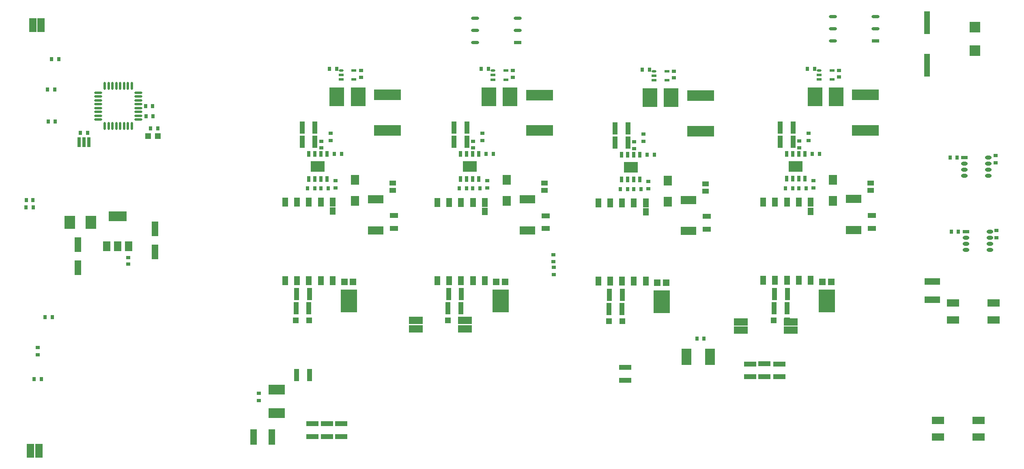
<source format=gbr>
%FSTAX23Y23*%
%MOIN*%
%SFA1B1*%

%IPPOS*%
%ADD10R,0.060000X0.118110*%
%ADD11R,0.118110X0.060000*%
%ADD13R,0.055118X0.129921*%
%ADD14R,0.129921X0.055118*%
%ADD15R,0.043307X0.102362*%
%ADD16R,0.035433X0.031496*%
%ADD17O,0.039370X0.021654*%
%ADD18R,0.039370X0.021654*%
%ADD19R,0.027559X0.035433*%
%ADD20R,0.055118X0.043307*%
%ADD21R,0.125984X0.070866*%
%ADD22R,0.132283X0.191338*%
%ADD23R,0.054724X0.055118*%
%ADD24R,0.035433X0.027559*%
%ADD25R,0.047244X0.047244*%
%ADD26R,0.046063X0.074016*%
%ADD27R,0.066929X0.043307*%
%ADD28R,0.070866X0.082677*%
%ADD29R,0.030000X0.045000*%
%ADD30R,0.118000X0.089000*%
%ADD31O,0.064960X0.021654*%
%ADD32O,0.021654X0.064960*%
%ADD33R,0.064960X0.025591*%
%ADD34O,0.064960X0.025591*%
%ADD35R,0.149606X0.078740*%
%ADD36R,0.059055X0.078740*%
%ADD37R,0.056000X0.119000*%
%ADD38R,0.055118X0.031496*%
%ADD39O,0.055118X0.031496*%
%ADD40R,0.031496X0.035433*%
%ADD41R,0.028000X0.079000*%
%ADD42R,0.048000X0.048000*%
%ADD43R,0.051181X0.187008*%
%ADD44R,0.102362X0.043307*%
%ADD45R,0.137795X0.078740*%
%ADD46R,0.085000X0.107992*%
%ADD47R,0.078740X0.137795*%
%ADD48R,0.098425X0.059055*%
%ADD49R,0.220472X0.090551*%
%ADD50R,0.122047X0.157480*%
%ADD51R,0.088976X0.085039*%
%ADD52R,0.047244X0.060000*%
%LNlv1_paste_top-1*%
%LPD*%
G54D10*
X012Y0061D03*
X01131D03*
X01149Y04112D03*
X01218D03*
G54D11*
X047Y01612D03*
X04295Y01614D03*
Y01681D03*
X07377Y01602D03*
X047Y01681D03*
X07377Y01669D03*
X06968Y01602D03*
Y01669D03*
G54D13*
X02964Y00724D03*
X03114D03*
G54D14*
X08539Y01853D03*
Y02002D03*
G54D15*
X07289Y0327D03*
X07396D03*
X07239Y01783D03*
X07346D03*
X07244Y019D03*
X0735D03*
X07396Y03153D03*
X07289D03*
X05934Y03264D03*
X0604D03*
X05884Y01776D03*
X0599D03*
X05888Y01894D03*
X05994D03*
X0604Y03146D03*
X05934D03*
X04611Y03269D03*
X04717D03*
X04561Y01781D03*
X04667D03*
X04565Y01899D03*
X04671D03*
X04717Y03151D03*
X04611D03*
X03468Y03152D03*
X03362D03*
X03316Y019D03*
X03423D03*
X03312Y01782D03*
X03418D03*
X03316Y01231D03*
X03422D03*
X03362Y0327D03*
X03468D03*
G54D16*
X07773Y0374D03*
Y03685D03*
X07447Y03158D03*
Y03103D03*
X06417Y03734D03*
Y03679D03*
X06091Y03151D03*
Y03096D03*
X05094Y03739D03*
Y03684D03*
X04768Y03156D03*
Y03101D03*
X01932Y022D03*
Y02145D03*
X0352Y03157D03*
Y03102D03*
X03845Y0374D03*
Y03684D03*
G54D17*
X07609Y0374D03*
X06254Y03734D03*
X04931Y03739D03*
X03682Y03739D03*
G54D18*
X07609Y03703D03*
Y03665D03*
X07716Y0374D03*
Y03665D03*
X06254Y03696D03*
Y03659D03*
X0636Y03734D03*
Y03659D03*
X04931Y03701D03*
Y03664D03*
X05037Y03739D03*
Y03664D03*
X03682Y03702D03*
Y03665D03*
X03788Y03739D03*
Y03665D03*
G54D19*
X07333Y0277D03*
X07392D03*
X07572Y03753D03*
X07513D03*
X07553Y03053D03*
X07612D03*
X07443Y0277D03*
X07502D03*
X05977Y02763D03*
X06036D03*
X06216Y03746D03*
X06157D03*
X06197Y03046D03*
X06256D03*
X06087Y02763D03*
X06146D03*
X04654Y02768D03*
X04713D03*
X04893Y03751D03*
X04834D03*
X04874Y03051D03*
X04933D03*
X04764Y02768D03*
X04823D03*
X02118Y03261D03*
X02177D03*
X01362Y03832D03*
X01303D03*
X0154Y03227D03*
X016D03*
X03515Y02769D03*
X03575D03*
X03625Y03052D03*
X03685D03*
X03645Y03752D03*
X03585D03*
X03405Y02769D03*
X03465D03*
X01153Y02611D03*
X01094D03*
X01219Y012D03*
X0116D03*
X01309Y0171D03*
X0125D03*
X01329Y03582D03*
X0127D03*
X01334Y03318D03*
X01275D03*
X06605Y01531D03*
X06664D03*
G54D20*
X08033Y02753D03*
Y02812D03*
X06677Y02747D03*
Y02806D03*
X05354Y02752D03*
Y02811D03*
X04105Y02752D03*
Y02812D03*
G54D21*
X07893Y02681D03*
Y02425D03*
X06537Y02674D03*
Y02418D03*
X05214Y02679D03*
Y02423D03*
X03965Y0268D03*
Y02424D03*
G54D22*
X07673Y01843D03*
X06317Y01836D03*
X04994Y01841D03*
X03745Y01842D03*
G54D23*
X07709Y02D03*
X07636D03*
X06353Y01993D03*
X0628D03*
X0503Y01998D03*
X04958D03*
X03781Y01999D03*
X03709D03*
G54D24*
X07563Y02832D03*
Y02773D03*
X07522Y03223D03*
Y03164D03*
X06207Y02826D03*
Y02767D03*
X06166Y03216D03*
Y03157D03*
X04884Y02831D03*
Y02772D03*
X04843Y03221D03*
Y03162D03*
X09059Y0298D03*
Y03039D03*
X09065Y02422D03*
Y02362D03*
X03595Y03222D03*
Y03163D03*
X03635Y02832D03*
Y02772D03*
X03006Y01081D03*
Y01022D03*
X0119Y014D03*
Y01459D03*
X05429Y02118D03*
Y02059D03*
X05428Y02224D03*
Y02165D03*
G54D25*
X07348Y01683D03*
X07237D03*
X05992Y01676D03*
X05882D03*
X04669Y01681D03*
X04559D03*
X0342Y01682D03*
X0331D03*
G54D26*
X0715Y02655D03*
X07248D03*
X07346D03*
X07443D03*
X07541D03*
X0715Y02011D03*
X07248D03*
X07346D03*
X07443D03*
X07541D03*
X05795Y02649D03*
X05892D03*
X0599D03*
X06087D03*
X06185D03*
X05795Y02005D03*
X05892D03*
X0599D03*
X06087D03*
X06185D03*
X04472Y02654D03*
X04569D03*
X04667D03*
X04765D03*
X04862D03*
X04472Y0201D03*
X04569D03*
X04667D03*
X04765D03*
X04862D03*
X03223Y02655D03*
X03321D03*
X03418D03*
X03516D03*
X03613D03*
X03223Y0201D03*
X03321D03*
X03418D03*
X03516D03*
X03613D03*
G54D27*
X08043Y0244D03*
Y02546D03*
X06687Y02433D03*
Y02539D03*
X05364Y02438D03*
Y02544D03*
X04115Y02439D03*
Y02545D03*
G54D28*
X07723Y02839D03*
Y02666D03*
X06367Y02833D03*
Y0266D03*
X05044Y02838D03*
Y02665D03*
X03795Y02839D03*
Y02665D03*
G54D29*
X07493Y03053D03*
X07443D03*
X07393D03*
X07343D03*
X07493Y02848D03*
X07443D03*
X07393D03*
X07343D03*
X06137Y03046D03*
X06087D03*
X06037D03*
X05987D03*
X06137Y02841D03*
X06087D03*
X06037D03*
X05987D03*
X04814Y03051D03*
X04764D03*
X04714D03*
X04664D03*
X04814Y02846D03*
X04764D03*
X04714D03*
X04664D03*
X03565Y03052D03*
X03515D03*
X03465D03*
X03415D03*
X03565Y02847D03*
X03515D03*
X03465D03*
X03415D03*
G54D30*
X07418Y0295D03*
X06062Y02944D03*
X04739Y02949D03*
X0349Y0295D03*
G54D31*
X01686Y03556D03*
Y03525D03*
Y03493D03*
Y03462D03*
Y0343D03*
Y03399D03*
Y03367D03*
Y03336D03*
X02017D03*
Y03367D03*
Y03399D03*
Y0343D03*
Y03462D03*
Y03493D03*
Y03525D03*
Y03556D03*
G54D32*
X01741Y03281D03*
X01773D03*
X01804D03*
X01836D03*
X01867D03*
X01899D03*
X0193D03*
X01962D03*
Y03611D03*
X0193D03*
X01899D03*
X01867D03*
X01836D03*
X01804D03*
X01773D03*
X01741D03*
G54D33*
X08073Y03981D03*
X05133Y03969D03*
G54D34*
X08073Y04081D03*
Y04181D03*
X07722Y03981D03*
Y04081D03*
Y04181D03*
X05133Y04069D03*
Y04169D03*
X04782Y03969D03*
Y04069D03*
Y04169D03*
G54D35*
X01847Y02539D03*
G54D36*
X01937Y02291D03*
X01847D03*
X01756D03*
G54D37*
X02154Y02435D03*
Y02245D03*
X0152Y02305D03*
Y02115D03*
G54D38*
X08804Y03021D03*
X08815Y02412D03*
G54D39*
X08804Y02971D03*
Y02921D03*
Y02871D03*
X09001Y03021D03*
Y02971D03*
Y02921D03*
Y02871D03*
X08815Y02362D03*
Y02312D03*
Y02262D03*
X09012Y02412D03*
Y02362D03*
Y02312D03*
Y02262D03*
G54D40*
X08753Y02412D03*
X08697D03*
X08742Y03021D03*
X08687D03*
X02081Y03364D03*
X02136D03*
X02133Y03445D03*
X02078D03*
X01096Y02671D03*
X01151D03*
G54D41*
X01609Y03149D03*
X0157D03*
X0153D03*
G54D42*
X02178Y03198D03*
X02095D03*
G54D43*
X08496Y04133D03*
Y03781D03*
G54D44*
X03448Y00727D03*
Y00833D03*
X03565Y00726D03*
Y00832D03*
X03683Y00726D03*
Y00833D03*
X06018Y01188D03*
Y01295D03*
X07043Y01218D03*
Y01324D03*
X07161Y01218D03*
Y01325D03*
X07284Y01218D03*
Y01324D03*
G54D45*
X03154Y01111D03*
Y00918D03*
G54D46*
X01627Y0249D03*
X01452D03*
G54D47*
X06714Y01381D03*
X06521D03*
G54D48*
X08709Y01825D03*
X09043Y01687D03*
Y01825D03*
X08709Y01687D03*
X08587Y00859D03*
X08921Y00721D03*
Y00859D03*
X08587Y00721D03*
G54D49*
X06635Y0324D03*
Y03532D03*
X07991Y03247D03*
Y03538D03*
X05312Y03246D03*
Y03537D03*
X04063Y03246D03*
Y03538D03*
G54D50*
X06393Y03516D03*
X0622D03*
X07749Y03523D03*
X07576D03*
X0507Y03521D03*
X04897D03*
X03822Y03522D03*
X03648D03*
G54D51*
X0889Y03903D03*
Y04096D03*
G54D52*
X04862Y0258D03*
X03614Y02582D03*
X06185Y02576D03*
X07541Y0258D03*
M02*
</source>
